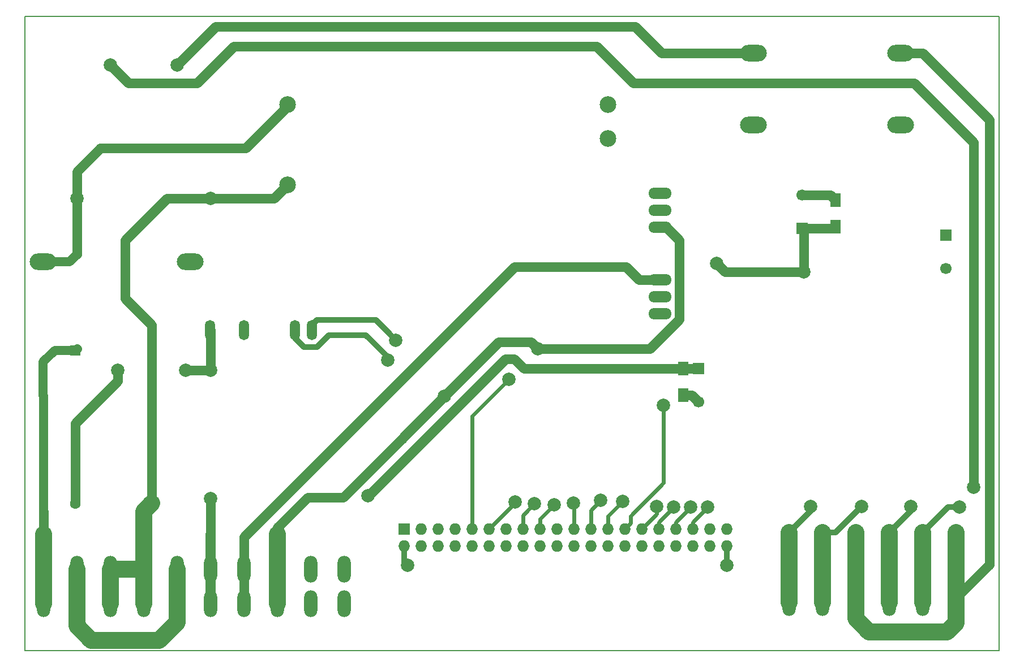
<source format=gbr>
G04 #@! TF.FileFunction,Copper,L2,Bot,Signal*
%FSLAX46Y46*%
G04 Gerber Fmt 4.6, Leading zero omitted, Abs format (unit mm)*
G04 Created by KiCad (PCBNEW 4.0.2+e4-6225~38~ubuntu15.10.1-stable) date 2016. máj. 17., kedd, 21.14.01 CEST*
%MOMM*%
G01*
G04 APERTURE LIST*
%ADD10C,0.100000*%
%ADD11C,0.150000*%
%ADD12O,2.000000X4.000000*%
%ADD13R,1.600000X1.600000*%
%ADD14C,1.600000*%
%ADD15C,1.998980*%
%ADD16R,1.727200X1.727200*%
%ADD17O,1.727200X1.727200*%
%ADD18R,1.600000X2.000000*%
%ADD19O,3.500120X1.699260*%
%ADD20O,1.524000X3.000000*%
%ADD21C,2.000000*%
%ADD22C,2.500000*%
%ADD23O,4.000500X2.499360*%
%ADD24C,1.700000*%
%ADD25R,1.700000X1.700000*%
%ADD26C,1.422400*%
%ADD27C,2.540000*%
%ADD28C,0.812800*%
%ADD29C,0.609600*%
%ADD30C,1.320800*%
%ADD31C,1.524000*%
G04 APERTURE END LIST*
D10*
D11*
X180000000Y-30000000D02*
X180000000Y-30500000D01*
X34250000Y-30000000D02*
X180000000Y-30000000D01*
X34250000Y-125000000D02*
X34250000Y-30000000D01*
X180000000Y-125000000D02*
X34250000Y-125000000D01*
X180000000Y-30500000D02*
X180000000Y-125000000D01*
D12*
X37024000Y-117984000D03*
X42024000Y-117984000D03*
X47024000Y-117984000D03*
X52024000Y-117984000D03*
X57024000Y-117984000D03*
X62024000Y-117984000D03*
X67024000Y-117984000D03*
X72024000Y-117984000D03*
X77024000Y-117984000D03*
X82024000Y-117984000D03*
X37024000Y-112784000D03*
X42024000Y-112784000D03*
X47024000Y-112784000D03*
X52024000Y-112784000D03*
X57024000Y-112784000D03*
X62024000Y-112784000D03*
X67024000Y-112784000D03*
X72024000Y-112784000D03*
X77024000Y-112784000D03*
X82024000Y-112784000D03*
D13*
X41750000Y-80000000D03*
D14*
X41750000Y-103000000D03*
D15*
X48170000Y-83000000D03*
X58330000Y-83000000D03*
D16*
X90938000Y-106754000D03*
D17*
X90938000Y-109294000D03*
X93478000Y-106754000D03*
X93478000Y-109294000D03*
X96018000Y-106754000D03*
X96018000Y-109294000D03*
X98558000Y-106754000D03*
X98558000Y-109294000D03*
X101098000Y-106754000D03*
X101098000Y-109294000D03*
X103638000Y-106754000D03*
X103638000Y-109294000D03*
X106178000Y-106754000D03*
X106178000Y-109294000D03*
X108718000Y-106754000D03*
X108718000Y-109294000D03*
X111258000Y-106754000D03*
X111258000Y-109294000D03*
X113798000Y-106754000D03*
X113798000Y-109294000D03*
X116338000Y-106754000D03*
X116338000Y-109294000D03*
X118878000Y-106754000D03*
X118878000Y-109294000D03*
X121418000Y-106754000D03*
X121418000Y-109294000D03*
X123958000Y-106754000D03*
X123958000Y-109294000D03*
X126498000Y-106754000D03*
X126498000Y-109294000D03*
X129038000Y-106754000D03*
X129038000Y-109294000D03*
X131578000Y-106754000D03*
X131578000Y-109294000D03*
X134118000Y-106754000D03*
X134118000Y-109294000D03*
X136658000Y-106754000D03*
X136658000Y-109294000D03*
X139198000Y-106754000D03*
X139198000Y-109294000D03*
D12*
X148524000Y-117824000D03*
X153524000Y-117824000D03*
X158524000Y-117824000D03*
X163524000Y-117824000D03*
X168524000Y-117824000D03*
X173524000Y-117824000D03*
X148524000Y-112624000D03*
X153524000Y-112624000D03*
X158524000Y-112624000D03*
X163524000Y-112624000D03*
X168524000Y-112624000D03*
X173524000Y-112624000D03*
D18*
X155500000Y-61500000D03*
X155500000Y-57500000D03*
X132750000Y-82750000D03*
X132750000Y-86750000D03*
D19*
X129260000Y-59040000D03*
X129260000Y-56500000D03*
X129260000Y-61580000D03*
D20*
X61958000Y-76970000D03*
X67038000Y-76970000D03*
X74658000Y-76970000D03*
X77198000Y-76970000D03*
D19*
X129260000Y-71994000D03*
X129260000Y-69454000D03*
X129260000Y-74534000D03*
D21*
X42000000Y-57250000D03*
X62000000Y-57250000D03*
X47000000Y-37250000D03*
X57000000Y-37250000D03*
D22*
X73500000Y-43250000D03*
X73500000Y-55250000D03*
X121500000Y-43250000D03*
X121500000Y-48250000D03*
D23*
X36998520Y-66750000D03*
X59000000Y-66750000D03*
X165250740Y-46250000D03*
X143249260Y-46250000D03*
X165250740Y-35500000D03*
X143249260Y-35500000D03*
D24*
X172000000Y-67750000D03*
D25*
X172000000Y-62750000D03*
D24*
X150500000Y-56750000D03*
D25*
X150500000Y-61750000D03*
D24*
X135000000Y-87750000D03*
D25*
X135000000Y-82750000D03*
D21*
X110980000Y-79764000D03*
X97020000Y-86866000D03*
X137750000Y-67000000D03*
X150746650Y-68246669D03*
X139198000Y-112254000D03*
X91482021Y-112219979D03*
X85600000Y-101800000D03*
X176153780Y-100500000D03*
X151750000Y-103439810D03*
X159400000Y-103400000D03*
X174000000Y-103500000D03*
X166750000Y-103439810D03*
X89750000Y-78500000D03*
X88500006Y-81500000D03*
X116314000Y-102878000D03*
X113393000Y-103132000D03*
X110472000Y-103005000D03*
X107551000Y-102751000D03*
X129750000Y-88250000D03*
X120378000Y-102497000D03*
X123680000Y-102623998D03*
X106662000Y-84336000D03*
X128744751Y-103384890D03*
X131300000Y-103513000D03*
X133840000Y-103513000D03*
X136380000Y-103513000D03*
X62000000Y-102250000D03*
X62000000Y-83000000D03*
D26*
X150500000Y-61750000D02*
X155250000Y-61750000D01*
X155250000Y-61750000D02*
X155500000Y-61500000D01*
X150746650Y-68246669D02*
X150746650Y-61996650D01*
X150746650Y-61996650D02*
X150500000Y-61750000D01*
X129260000Y-61580000D02*
X130160430Y-61580000D01*
X130160430Y-61580000D02*
X132127670Y-63547240D01*
X132127670Y-63547240D02*
X132127670Y-75348857D01*
X132127670Y-75348857D02*
X127712527Y-79764000D01*
X127712527Y-79764000D02*
X112394213Y-79764000D01*
X112394213Y-79764000D02*
X110980000Y-79764000D01*
X150746650Y-68246669D02*
X138996669Y-68246669D01*
X138996669Y-68246669D02*
X137750000Y-67000000D01*
D27*
X72024000Y-112784000D02*
X72024000Y-117984000D01*
D26*
X109980001Y-78764001D02*
X110980000Y-79764000D01*
X105121999Y-78764001D02*
X109980001Y-78764001D01*
X97020000Y-86866000D02*
X105121999Y-78764001D01*
X90791687Y-93094313D02*
X97020000Y-86866000D01*
X90791687Y-93135935D02*
X90791687Y-93094313D01*
D27*
X72024000Y-107584000D02*
X72024000Y-112784000D01*
D26*
X81870212Y-102057410D02*
X90791687Y-93135935D01*
X72024000Y-107584000D02*
X72024000Y-106584000D01*
X72024000Y-106584000D02*
X76550590Y-102057410D01*
X76550590Y-102057410D02*
X81870212Y-102057410D01*
X132750000Y-86750000D02*
X134000000Y-86750000D01*
X134000000Y-86750000D02*
X135000000Y-87750000D01*
X150500000Y-56750000D02*
X154750000Y-56750000D01*
X154750000Y-56750000D02*
X155500000Y-57500000D01*
D28*
X139198000Y-109294000D02*
X139198000Y-112254000D01*
X90938000Y-109294000D02*
X90938000Y-111675958D01*
X90938000Y-111675958D02*
X91482021Y-112219979D01*
D26*
X82024000Y-112784000D02*
X82024000Y-113024000D01*
X41750000Y-97750000D02*
X41750000Y-96250000D01*
X41750000Y-96250000D02*
X41750000Y-91000000D01*
X41750000Y-103000000D02*
X41750000Y-101868630D01*
X41750000Y-101868630D02*
X41750000Y-96250000D01*
X41750000Y-91000000D02*
X48170000Y-84580000D01*
X48170000Y-84580000D02*
X48170000Y-83000000D01*
X132750000Y-82750000D02*
X135000000Y-82750000D01*
X132750000Y-82750000D02*
X108886000Y-82750000D01*
X108886000Y-82750000D02*
X107424000Y-81288000D01*
X107424000Y-81288000D02*
X106154000Y-81288000D01*
X106154000Y-81288000D02*
X85642000Y-101800000D01*
X85642000Y-101800000D02*
X85600000Y-101800000D01*
X119750000Y-34500000D02*
X125250000Y-40000000D01*
X125250000Y-40000000D02*
X167250000Y-40000000D01*
X167250000Y-40000000D02*
X176153780Y-48903780D01*
X47000000Y-37250000D02*
X49750000Y-40000000D01*
X49750000Y-40000000D02*
X60000000Y-40000000D01*
X60000000Y-40000000D02*
X65500000Y-34500000D01*
X65500000Y-34500000D02*
X119750000Y-34500000D01*
X176153780Y-48903780D02*
X176153780Y-99085787D01*
X176153780Y-99085787D02*
X176153780Y-100500000D01*
D27*
X148524000Y-112624000D02*
X148524000Y-117824000D01*
D28*
X151750000Y-103439810D02*
X151750000Y-104098000D01*
X151750000Y-104098000D02*
X148524000Y-107324000D01*
D27*
X148524000Y-107324000D02*
X148524000Y-112524000D01*
D28*
X158400001Y-104399999D02*
X159400000Y-103400000D01*
X155476000Y-107324000D02*
X158400001Y-104399999D01*
X153524000Y-107324000D02*
X155476000Y-107324000D01*
D27*
X153524000Y-112624000D02*
X153524000Y-117824000D01*
X153524000Y-107324000D02*
X153524000Y-112524000D01*
X168524000Y-112624000D02*
X168524000Y-117824000D01*
D28*
X174000000Y-103500000D02*
X172348000Y-103500000D01*
X172348000Y-103500000D02*
X168524000Y-107324000D01*
D27*
X168524000Y-107324000D02*
X168524000Y-112524000D01*
X163524000Y-112624000D02*
X163524000Y-117824000D01*
D28*
X166750000Y-103439810D02*
X166750000Y-104098000D01*
X166750000Y-104098000D02*
X163524000Y-107324000D01*
D27*
X163524000Y-107324000D02*
X163524000Y-112524000D01*
D28*
X77198000Y-76970000D02*
X77198000Y-76232000D01*
X77198000Y-76232000D02*
X77930000Y-75500000D01*
X77930000Y-75500000D02*
X86750000Y-75500000D01*
X86750000Y-75500000D02*
X88750001Y-77500001D01*
X88750001Y-77500001D02*
X89750000Y-78500000D01*
X74658000Y-76970000D02*
X74658000Y-78158000D01*
X74658000Y-78158000D02*
X76000000Y-79500000D01*
X79706406Y-77750000D02*
X85250000Y-77750000D01*
X76000000Y-79500000D02*
X76439594Y-79500000D01*
X77944996Y-79511410D02*
X79706406Y-77750000D01*
X76439594Y-79500000D02*
X76451004Y-79511410D01*
X76451004Y-79511410D02*
X77944996Y-79511410D01*
X85250000Y-77750000D02*
X88500006Y-81000006D01*
X88500006Y-81000006D02*
X88500006Y-81500000D01*
D26*
X158524000Y-112624000D02*
X158524000Y-117824000D01*
X165250740Y-35500000D02*
X168500000Y-35500000D01*
X168500000Y-35500000D02*
X178500000Y-45500000D01*
X178500000Y-45500000D02*
X178500000Y-49750000D01*
X178500000Y-112088000D02*
X178500000Y-49750000D01*
X178500000Y-49750000D02*
X178500000Y-49250000D01*
X173524000Y-117064000D02*
X178500000Y-112088000D01*
D27*
X158524000Y-107324000D02*
X158524000Y-120196000D01*
X158524000Y-120196000D02*
X160510000Y-122182000D01*
X160510000Y-122182000D02*
X172194000Y-122182000D01*
X172194000Y-122182000D02*
X173524000Y-120852000D01*
X173524000Y-120852000D02*
X173524000Y-117064000D01*
X173524000Y-107324000D02*
X173524000Y-112524000D01*
X173524000Y-117064000D02*
X173524000Y-112524000D01*
D29*
X116338000Y-102902000D02*
X116314000Y-102878000D01*
X116338000Y-106754000D02*
X116338000Y-102902000D01*
X111258000Y-105267000D02*
X112393001Y-104131999D01*
X111258000Y-106754000D02*
X111258000Y-105267000D01*
X112393001Y-104131999D02*
X113393000Y-103132000D01*
X109472001Y-104004999D02*
X110472000Y-103005000D01*
X108718000Y-106754000D02*
X108718000Y-104759000D01*
X108718000Y-104759000D02*
X109472001Y-104004999D01*
X107551000Y-102841000D02*
X107551000Y-102751000D01*
X103638000Y-106754000D02*
X107551000Y-102841000D01*
X129750000Y-99886790D02*
X124821599Y-104815191D01*
X129750000Y-88250000D02*
X129750000Y-99886790D01*
X124821599Y-104815191D02*
X124821599Y-105890401D01*
X124821599Y-105890401D02*
X123958000Y-106754000D01*
X118878000Y-106754000D02*
X118878000Y-103997000D01*
X118878000Y-103997000D02*
X120378000Y-102497000D01*
X121418000Y-106754000D02*
X121418000Y-104885998D01*
X121418000Y-104885998D02*
X123680000Y-102623998D01*
X106662000Y-84336000D02*
X101098000Y-89900000D01*
X101098000Y-89900000D02*
X101098000Y-106754000D01*
X128744751Y-104507249D02*
X128744751Y-103384890D01*
X126498000Y-106754000D02*
X128744751Y-104507249D01*
X126826956Y-106425044D02*
X126498000Y-106754000D01*
X129038000Y-106754000D02*
X129038000Y-105775000D01*
X129038000Y-105775000D02*
X131300000Y-103513000D01*
X129460230Y-106331770D02*
X129038000Y-106754000D01*
X131578000Y-106754000D02*
X131578000Y-105775000D01*
X131578000Y-105775000D02*
X133840000Y-103513000D01*
X134118000Y-106754000D02*
X134118000Y-105775000D01*
X134118000Y-105775000D02*
X136380000Y-103513000D01*
D30*
X37000000Y-81750000D02*
X38750000Y-80000000D01*
X38750000Y-80000000D02*
X41750000Y-80000000D01*
X37000000Y-86822800D02*
X37000000Y-81750000D01*
X37024000Y-104161600D02*
X37024000Y-86846800D01*
X37024000Y-86846800D02*
X37000000Y-86822800D01*
D26*
X42000000Y-79750000D02*
X41750000Y-80000000D01*
D27*
X37024000Y-112784000D02*
X37024000Y-117984000D01*
D26*
X37024000Y-104161600D02*
X37024000Y-107584000D01*
D27*
X37024000Y-107584000D02*
X37024000Y-112784000D01*
X42024000Y-117984000D02*
X42024000Y-121298000D01*
X42024000Y-121298000D02*
X44178000Y-123452000D01*
X44178000Y-123452000D02*
X54338000Y-123452000D01*
X54338000Y-123452000D02*
X57024000Y-120766000D01*
X57024000Y-120766000D02*
X57024000Y-117984000D01*
X42024000Y-112784000D02*
X42024000Y-117996000D01*
X57024000Y-117718000D02*
X57024000Y-112784000D01*
D26*
X53250000Y-102935600D02*
X53250000Y-76250000D01*
X53250000Y-76250000D02*
X49250000Y-72250000D01*
X49250000Y-72250000D02*
X49250000Y-63500000D01*
X49250000Y-63500000D02*
X55500000Y-57250000D01*
X55500000Y-57250000D02*
X62000000Y-57250000D01*
X62000000Y-57250000D02*
X71500000Y-57250000D01*
X71500000Y-57250000D02*
X73500000Y-55250000D01*
D27*
X52024000Y-112784000D02*
X52024000Y-104161600D01*
X52024000Y-104161600D02*
X53250000Y-102935600D01*
X52024000Y-117984000D02*
X52024000Y-112784000D01*
X47024000Y-112784000D02*
X47024000Y-117984000D01*
X47024000Y-112784000D02*
X52024000Y-112784000D01*
D31*
X62000000Y-107560000D02*
X62024000Y-107584000D01*
X62024000Y-107584000D02*
X62024000Y-112784000D01*
X62024000Y-117984000D02*
X62024000Y-112784000D01*
D26*
X62000000Y-102250000D02*
X62000000Y-107560000D01*
X125500000Y-31500000D02*
X129500000Y-35500000D01*
X129500000Y-35500000D02*
X143249260Y-35500000D01*
X57000000Y-37250000D02*
X62750000Y-31500000D01*
X62750000Y-31500000D02*
X125500000Y-31500000D01*
X62000000Y-83000000D02*
X58330000Y-83000000D01*
X62000000Y-83000000D02*
X62000000Y-77012000D01*
X62000000Y-77012000D02*
X61958000Y-76970000D01*
X67024000Y-112784000D02*
X67024000Y-117984000D01*
X67024000Y-112784000D02*
X67024000Y-107976000D01*
X67024000Y-107976000D02*
X107500000Y-67500000D01*
X107500000Y-67500000D02*
X124133540Y-67500000D01*
X124133540Y-67500000D02*
X126087540Y-69454000D01*
X126087540Y-69454000D02*
X129260000Y-69454000D01*
D30*
X42000000Y-65690000D02*
X40940000Y-66750000D01*
X40940000Y-66750000D02*
X36998520Y-66750000D01*
D26*
X42000000Y-57250000D02*
X42000000Y-53250000D01*
X42000000Y-53250000D02*
X45500000Y-49750000D01*
X45500000Y-49750000D02*
X67250000Y-49750000D01*
X67250000Y-49750000D02*
X73500000Y-43500000D01*
X73500000Y-43500000D02*
X73500000Y-43250000D01*
X42000000Y-65690000D02*
X42000000Y-57250000D01*
M02*

</source>
